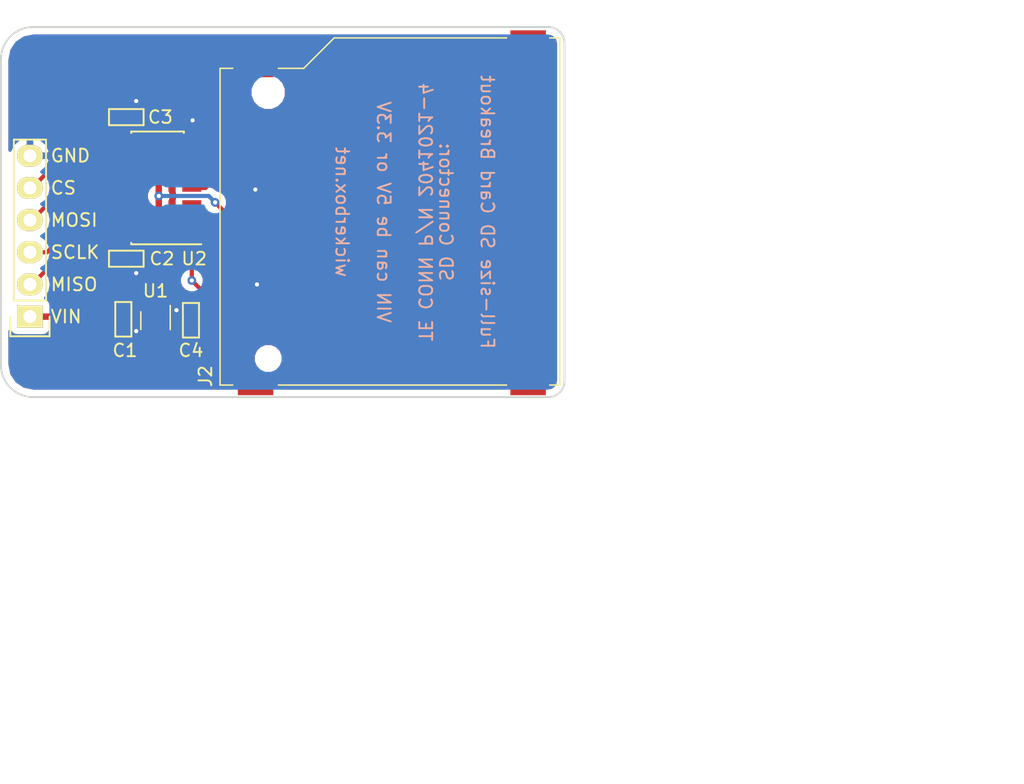
<source format=kicad_pcb>
(kicad_pcb (version 4) (host pcbnew 4.0.4+e1-6308~48~ubuntu16.04.1-stable)

  (general
    (links 27)
    (no_connects 0)
    (area 97.713799 61.4426 178.510001 123.265001)
    (thickness 1.6)
    (drawings 42)
    (tracks 96)
    (zones 0)
    (modules 8)
    (nets 12)
  )

  (page USLetter)
  (title_block
    (title "Full-size SD Connector (2041021-4) Breakout Board")
    (date "01 Jan 2017")
    (rev v1.0)
    (company "CERN Open Hardware License v1.2")
    (comment 1 jenner@wickerbox.net)
    (comment 2 http://wickerbox.net)
    (comment 3 "Wickerbox Electronics")
  )

  (layers
    (0 F.Cu signal)
    (31 B.Cu signal)
    (34 B.Paste user)
    (35 F.Paste user)
    (36 B.SilkS user)
    (37 F.SilkS user)
    (38 B.Mask user)
    (39 F.Mask user)
    (44 Edge.Cuts user)
    (46 B.CrtYd user)
    (47 F.CrtYd user)
    (48 B.Fab user)
    (49 F.Fab user)
  )

  (setup
    (last_trace_width 0.254)
    (user_trace_width 0.1524)
    (user_trace_width 0.254)
    (user_trace_width 0.3302)
    (user_trace_width 0.508)
    (user_trace_width 0.762)
    (user_trace_width 1.27)
    (trace_clearance 0.254)
    (zone_clearance 0.508)
    (zone_45_only no)
    (trace_min 0.1524)
    (segment_width 0.1524)
    (edge_width 0.1524)
    (via_size 0.6858)
    (via_drill 0.3302)
    (via_min_size 0.6858)
    (via_min_drill 0.3302)
    (user_via 0.6858 0.3302)
    (user_via 0.762 0.4064)
    (user_via 0.8636 0.508)
    (uvia_size 0.6858)
    (uvia_drill 0.3302)
    (uvias_allowed no)
    (uvia_min_size 0)
    (uvia_min_drill 0)
    (pcb_text_width 0.1524)
    (pcb_text_size 1.016 1.016)
    (mod_edge_width 0.1524)
    (mod_text_size 1.016 1.016)
    (mod_text_width 0.1524)
    (pad_size 1.524 1.524)
    (pad_drill 0.762)
    (pad_to_mask_clearance 0.0762)
    (solder_mask_min_width 0.1016)
    (pad_to_paste_clearance -0.0762)
    (aux_axis_origin 0 0)
    (visible_elements FFFEDF7D)
    (pcbplotparams
      (layerselection 0x310fc_80000001)
      (usegerberextensions true)
      (excludeedgelayer true)
      (linewidth 0.100000)
      (plotframeref false)
      (viasonmask false)
      (mode 1)
      (useauxorigin false)
      (hpglpennumber 1)
      (hpglpenspeed 20)
      (hpglpendiameter 15)
      (hpglpenoverlay 2)
      (psnegative false)
      (psa4output false)
      (plotreference true)
      (plotvalue true)
      (plotinvisibletext false)
      (padsonsilk false)
      (subtractmaskfromsilk false)
      (outputformat 1)
      (mirror false)
      (drillshape 0)
      (scaleselection 1)
      (outputdirectory gerbers))
  )

  (net 0 "")
  (net 1 VIN)
  (net 2 GND)
  (net 3 +3V3)
  (net 4 /CS)
  (net 5 /MOSI)
  (net 6 /MISO)
  (net 7 /SD_CS)
  (net 8 /SD_MOSI)
  (net 9 /SD_SCLK)
  (net 10 /SD_MISO)
  (net 11 /SCLK)

  (net_class Default "This is the default net class."
    (clearance 0.254)
    (trace_width 0.254)
    (via_dia 0.6858)
    (via_drill 0.3302)
    (uvia_dia 0.6858)
    (uvia_drill 0.3302)
    (add_net +3V3)
    (add_net /CS)
    (add_net /MISO)
    (add_net /MOSI)
    (add_net /SCLK)
    (add_net /SD_CS)
    (add_net /SD_MISO)
    (add_net /SD_MOSI)
    (add_net /SD_SCLK)
    (add_net GND)
    (add_net VIN)
  )

  (module Wickerlib:RLC-0603-SMD (layer F.Cu) (tedit 579029AB) (tstamp 586D9C09)
    (at 107.442 86.602 270)
    (descr "Capacitor SMD RLC-0603-SMD, reflow soldering, AVX (see smccp.pdf)")
    (tags "capacitor RLC-0603-SMD")
    (path /586C48EA)
    (attr smd)
    (fp_text reference C1 (at 0.09 0.04 270) (layer F.Fab)
      (effects (font (size 0.8 0.8) (thickness 0.15)))
    )
    (fp_text value 1uF (at 0 1.9 270) (layer F.Fab) hide
      (effects (font (size 1 1) (thickness 0.15)))
    )
    (fp_line (start -1.397 -0.635) (end -1.397 0.635) (layer F.SilkS) (width 0.1524))
    (fp_line (start 1.3335 -0.635) (end 1.3335 0.635) (layer F.SilkS) (width 0.1524))
    (fp_text user %R (at 2.425 -0.127 360) (layer F.SilkS)
      (effects (font (size 1 1) (thickness 0.15)))
    )
    (fp_line (start -1.45 -0.75) (end 1.45 -0.75) (layer F.Fab) (width 0.05))
    (fp_line (start -1.45 0.75) (end 1.45 0.75) (layer F.CrtYd) (width 0.05))
    (fp_line (start -1.45 -0.75) (end -1.45 0.75) (layer F.CrtYd) (width 0.05))
    (fp_line (start 1.45 -0.75) (end 1.45 0.75) (layer F.CrtYd) (width 0.05))
    (fp_line (start -1.397 -0.635) (end 1.3335 -0.635) (layer F.SilkS) (width 0.15))
    (fp_line (start 1.3335 0.635) (end -1.397 0.635) (layer F.SilkS) (width 0.15))
    (fp_line (start -1.45 -0.75) (end 1.45 -0.75) (layer F.CrtYd) (width 0.05))
    (fp_line (start -1.45 -0.75) (end -1.45 0.75) (layer F.Fab) (width 0.05))
    (fp_line (start 1.45 -0.75) (end 1.45 0.75) (layer F.Fab) (width 0.05))
    (fp_line (start -1.45 0.75) (end 1.45 0.75) (layer F.Fab) (width 0.05))
    (pad 1 smd rect (at -0.75 0 270) (size 0.8 0.75) (layers F.Cu F.Paste F.Mask)
      (net 1 VIN))
    (pad 2 smd rect (at 0.75 0 270) (size 0.8 0.75) (layers F.Cu F.Paste F.Mask)
      (net 2 GND))
  )

  (module Wickerlib:RLC-0603-SMD (layer F.Cu) (tedit 579029AB) (tstamp 586D9C1C)
    (at 107.708 81.788)
    (descr "Capacitor SMD RLC-0603-SMD, reflow soldering, AVX (see smccp.pdf)")
    (tags "capacitor RLC-0603-SMD")
    (path /586CE591)
    (attr smd)
    (fp_text reference C2 (at 0.09 0.04) (layer F.Fab)
      (effects (font (size 0.8 0.8) (thickness 0.15)))
    )
    (fp_text value 0.1uF (at 0 1.9) (layer F.Fab) hide
      (effects (font (size 1 1) (thickness 0.15)))
    )
    (fp_line (start -1.397 -0.635) (end -1.397 0.635) (layer F.SilkS) (width 0.1524))
    (fp_line (start 1.3335 -0.635) (end 1.3335 0.635) (layer F.SilkS) (width 0.1524))
    (fp_text user %R (at 2.782 0) (layer F.SilkS)
      (effects (font (size 1 1) (thickness 0.15)))
    )
    (fp_line (start -1.45 -0.75) (end 1.45 -0.75) (layer F.Fab) (width 0.05))
    (fp_line (start -1.45 0.75) (end 1.45 0.75) (layer F.CrtYd) (width 0.05))
    (fp_line (start -1.45 -0.75) (end -1.45 0.75) (layer F.CrtYd) (width 0.05))
    (fp_line (start 1.45 -0.75) (end 1.45 0.75) (layer F.CrtYd) (width 0.05))
    (fp_line (start -1.397 -0.635) (end 1.3335 -0.635) (layer F.SilkS) (width 0.15))
    (fp_line (start 1.3335 0.635) (end -1.397 0.635) (layer F.SilkS) (width 0.15))
    (fp_line (start -1.45 -0.75) (end 1.45 -0.75) (layer F.CrtYd) (width 0.05))
    (fp_line (start -1.45 -0.75) (end -1.45 0.75) (layer F.Fab) (width 0.05))
    (fp_line (start 1.45 -0.75) (end 1.45 0.75) (layer F.Fab) (width 0.05))
    (fp_line (start -1.45 0.75) (end 1.45 0.75) (layer F.Fab) (width 0.05))
    (pad 1 smd rect (at -0.75 0) (size 0.8 0.75) (layers F.Cu F.Paste F.Mask)
      (net 1 VIN))
    (pad 2 smd rect (at 0.75 0) (size 0.8 0.75) (layers F.Cu F.Paste F.Mask)
      (net 2 GND))
  )

  (module Wickerlib:RLC-0603-SMD (layer F.Cu) (tedit 579029AB) (tstamp 586D9C2F)
    (at 107.708 70.612)
    (descr "Capacitor SMD RLC-0603-SMD, reflow soldering, AVX (see smccp.pdf)")
    (tags "capacitor RLC-0603-SMD")
    (path /586CE8D2)
    (attr smd)
    (fp_text reference C3 (at 0.09 0.04) (layer F.Fab)
      (effects (font (size 0.8 0.8) (thickness 0.15)))
    )
    (fp_text value 0.1uF (at 0 1.9) (layer F.Fab) hide
      (effects (font (size 1 1) (thickness 0.15)))
    )
    (fp_line (start -1.397 -0.635) (end -1.397 0.635) (layer F.SilkS) (width 0.1524))
    (fp_line (start 1.3335 -0.635) (end 1.3335 0.635) (layer F.SilkS) (width 0.1524))
    (fp_text user %R (at 2.655 0) (layer F.SilkS)
      (effects (font (size 1 1) (thickness 0.15)))
    )
    (fp_line (start -1.45 -0.75) (end 1.45 -0.75) (layer F.Fab) (width 0.05))
    (fp_line (start -1.45 0.75) (end 1.45 0.75) (layer F.CrtYd) (width 0.05))
    (fp_line (start -1.45 -0.75) (end -1.45 0.75) (layer F.CrtYd) (width 0.05))
    (fp_line (start 1.45 -0.75) (end 1.45 0.75) (layer F.CrtYd) (width 0.05))
    (fp_line (start -1.397 -0.635) (end 1.3335 -0.635) (layer F.SilkS) (width 0.15))
    (fp_line (start 1.3335 0.635) (end -1.397 0.635) (layer F.SilkS) (width 0.15))
    (fp_line (start -1.45 -0.75) (end 1.45 -0.75) (layer F.CrtYd) (width 0.05))
    (fp_line (start -1.45 -0.75) (end -1.45 0.75) (layer F.Fab) (width 0.05))
    (fp_line (start 1.45 -0.75) (end 1.45 0.75) (layer F.Fab) (width 0.05))
    (fp_line (start -1.45 0.75) (end 1.45 0.75) (layer F.Fab) (width 0.05))
    (pad 1 smd rect (at -0.75 0) (size 0.8 0.75) (layers F.Cu F.Paste F.Mask)
      (net 3 +3V3))
    (pad 2 smd rect (at 0.75 0) (size 0.8 0.75) (layers F.Cu F.Paste F.Mask)
      (net 2 GND))
  )

  (module Wickerlib:RLC-0603-SMD (layer F.Cu) (tedit 579029AB) (tstamp 586D9C42)
    (at 112.776 86.614 90)
    (descr "Capacitor SMD RLC-0603-SMD, reflow soldering, AVX (see smccp.pdf)")
    (tags "capacitor RLC-0603-SMD")
    (path /586C4854)
    (attr smd)
    (fp_text reference C4 (at 0.09 0.04 90) (layer F.Fab)
      (effects (font (size 0.8 0.8) (thickness 0.15)))
    )
    (fp_text value 1uF (at 0 1.9 90) (layer F.Fab) hide
      (effects (font (size 1 1) (thickness 0.15)))
    )
    (fp_line (start -1.397 -0.635) (end -1.397 0.635) (layer F.SilkS) (width 0.1524))
    (fp_line (start 1.3335 -0.635) (end 1.3335 0.635) (layer F.SilkS) (width 0.1524))
    (fp_text user %R (at -2.413 0 180) (layer F.SilkS)
      (effects (font (size 1 1) (thickness 0.15)))
    )
    (fp_line (start -1.45 -0.75) (end 1.45 -0.75) (layer F.Fab) (width 0.05))
    (fp_line (start -1.45 0.75) (end 1.45 0.75) (layer F.CrtYd) (width 0.05))
    (fp_line (start -1.45 -0.75) (end -1.45 0.75) (layer F.CrtYd) (width 0.05))
    (fp_line (start 1.45 -0.75) (end 1.45 0.75) (layer F.CrtYd) (width 0.05))
    (fp_line (start -1.397 -0.635) (end 1.3335 -0.635) (layer F.SilkS) (width 0.15))
    (fp_line (start 1.3335 0.635) (end -1.397 0.635) (layer F.SilkS) (width 0.15))
    (fp_line (start -1.45 -0.75) (end 1.45 -0.75) (layer F.CrtYd) (width 0.05))
    (fp_line (start -1.45 -0.75) (end -1.45 0.75) (layer F.Fab) (width 0.05))
    (fp_line (start 1.45 -0.75) (end 1.45 0.75) (layer F.Fab) (width 0.05))
    (fp_line (start -1.45 0.75) (end 1.45 0.75) (layer F.Fab) (width 0.05))
    (pad 1 smd rect (at -0.75 0 90) (size 0.8 0.75) (layers F.Cu F.Paste F.Mask)
      (net 3 +3V3))
    (pad 2 smd rect (at 0.75 0 90) (size 0.8 0.75) (layers F.Cu F.Paste F.Mask)
      (net 2 GND))
  )

  (module Wickerlib:CONN-HEADER-STRAIGHT-P2.54MM-1x06 (layer F.Cu) (tedit 586D9D01) (tstamp 586D9C5C)
    (at 100.076 86.36 180)
    (descr "Through hole pin header")
    (tags "pin header")
    (path /586C4D06)
    (fp_text reference J1 (at -0.01 6.35 270) (layer F.Fab)
      (effects (font (size 2.032 2.032) (thickness 0.254)))
    )
    (fp_text value BREAKOUT (at -2.63 6.86 270) (layer F.Fab) hide
      (effects (font (size 1 1) (thickness 0.15)))
    )
    (fp_text user %R (at 0.14 -2.74 180) (layer F.SilkS) hide
      (effects (font (size 1 1) (thickness 0.15)))
    )
    (fp_line (start -1.75 -1.75) (end -1.75 14.45) (layer F.CrtYd) (width 0.05))
    (fp_line (start 1.75 -1.75) (end 1.75 14.45) (layer F.CrtYd) (width 0.05))
    (fp_line (start -1.75 -1.75) (end 1.75 -1.75) (layer F.CrtYd) (width 0.05))
    (fp_line (start -1.75 14.45) (end 1.75 14.45) (layer F.CrtYd) (width 0.05))
    (fp_line (start 1.27 1.27) (end 1.27 13.97) (layer F.SilkS) (width 0.15))
    (fp_line (start 1.27 13.97) (end -1.27 13.97) (layer F.SilkS) (width 0.15))
    (fp_line (start -1.27 13.97) (end -1.27 1.27) (layer F.SilkS) (width 0.15))
    (fp_line (start 1.55 -1.55) (end 1.55 0) (layer F.SilkS) (width 0.15))
    (fp_line (start 1.27 1.27) (end -1.27 1.27) (layer F.SilkS) (width 0.15))
    (fp_line (start -1.55 0) (end -1.55 -1.55) (layer F.SilkS) (width 0.15))
    (fp_line (start -1.55 -1.55) (end 1.55 -1.55) (layer F.SilkS) (width 0.15))
    (fp_line (start -1.75 -1.75) (end -1.75 14.45) (layer F.Fab) (width 0.05))
    (fp_line (start -1.76 -1.74) (end 1.74 -1.74) (layer F.Fab) (width 0.05))
    (fp_line (start 1.73 -1.76) (end 1.73 14.44) (layer F.Fab) (width 0.05))
    (fp_line (start -1.77 14.43) (end 1.73 14.43) (layer F.Fab) (width 0.05))
    (pad 1 thru_hole rect (at 0 0 180) (size 2.032 1.7272) (drill 1.016) (layers *.Cu *.Mask F.SilkS)
      (net 1 VIN))
    (pad 2 thru_hole oval (at 0 2.54 180) (size 2.032 1.7272) (drill 1.016) (layers *.Cu *.Mask F.SilkS)
      (net 6 /MISO))
    (pad 3 thru_hole oval (at 0 5.08 180) (size 2.032 1.7272) (drill 1.016) (layers *.Cu *.Mask F.SilkS)
      (net 11 /SCLK))
    (pad 4 thru_hole oval (at 0 7.62 180) (size 2.032 1.7272) (drill 1.016) (layers *.Cu *.Mask F.SilkS)
      (net 5 /MOSI))
    (pad 5 thru_hole oval (at 0 10.16 180) (size 2.032 1.7272) (drill 1.016) (layers *.Cu *.Mask F.SilkS)
      (net 4 /CS))
    (pad 6 thru_hole oval (at 0 12.7 180) (size 2.032 1.7272) (drill 1.016) (layers *.Cu *.Mask F.SilkS)
      (net 2 GND))
  )

  (module Wickerlib:CONN-SD-FULL-TECONN-2041021-4 (layer F.Cu) (tedit 585ECC60) (tstamp 586D9C8D)
    (at 116.072 78.162 90)
    (path /586D9DD8)
    (fp_text reference J2 (at 0 12.7 90) (layer F.Fab)
      (effects (font (size 1 1) (thickness 0.15)))
    )
    (fp_text value "TE CONN 2041021-4" (at -1.2 9 90) (layer F.Fab) hide
      (effects (font (size 1 1) (thickness 0.15)))
    )
    (fp_line (start 12.7 -1.27) (end 11.43 -1.27) (layer F.CrtYd) (width 0.04064))
    (fp_line (start 12.7 3.81) (end 12.7 -1.27) (layer F.CrtYd) (width 0.04064))
    (fp_line (start 15.24 6.35) (end 12.7 3.81) (layer F.CrtYd) (width 0.04064))
    (fp_line (start 15.24 26.67) (end 15.24 6.35) (layer F.CrtYd) (width 0.04064))
    (fp_line (start -15.24 26.67) (end 15.24 26.67) (layer F.CrtYd) (width 0.04064))
    (fp_line (start -15.24 -1.27) (end -15.24 26.67) (layer F.CrtYd) (width 0.04064))
    (fp_line (start 11.43 -1.27) (end -15.24 -1.27) (layer F.CrtYd) (width 0.04064))
    (fp_line (start -13.97 -1.27) (end 11.43 -1.27) (layer F.Fab) (width 0.04064))
    (fp_line (start -13.97 26.67) (end -13.97 -1.27) (layer F.Fab) (width 0.04064))
    (fp_line (start 13.97 26.67) (end -13.97 26.67) (layer F.Fab) (width 0.04064))
    (fp_line (start 13.97 7.62) (end 13.97 26.67) (layer F.Fab) (width 0.04064))
    (fp_line (start 11.43 5.08) (end 13.97 7.62) (layer F.Fab) (width 0.04064))
    (fp_line (start 11.43 -1.27) (end 11.43 5.08) (layer F.Fab) (width 0.04064))
    (fp_text user %R (at -12.897 -2.153 90) (layer F.SilkS)
      (effects (font (size 1 1) (thickness 0.15)))
    )
    (fp_line (start 10.4 3.8) (end -10.8 3.8) (layer Eco1.User) (width 0.12))
    (fp_line (start 10.4 13) (end 10.4 3.8) (layer Eco1.User) (width 0.12))
    (fp_line (start -10.8 13) (end 10.4 13) (layer Eco1.User) (width 0.12))
    (fp_line (start -10.8 3.8) (end -10.8 13) (layer Eco1.User) (width 0.12))
    (fp_line (start 13.8 25.8) (end 13.8 25) (layer F.SilkS) (width 0.12))
    (fp_line (start -13.6 25.8) (end 13.8 25.8) (layer F.SilkS) (width 0.12))
    (fp_line (start -13.6 25) (end -13.6 25.8) (layer F.SilkS) (width 0.12))
    (fp_line (start -13.6 3.6) (end -13.6 21.6) (layer F.SilkS) (width 0.12))
    (fp_line (start 13.8 8) (end 13.8 21.6) (layer F.SilkS) (width 0.12))
    (fp_line (start 11.4 5.6) (end 13.8 8) (layer F.SilkS) (width 0.12))
    (fp_line (start 11.4 3.6) (end 11.4 5.6) (layer F.SilkS) (width 0.12))
    (fp_line (start 11.4 -1) (end 11.4 0) (layer F.SilkS) (width 0.12))
    (fp_line (start -13.6 -1) (end 11.4 -1) (layer F.SilkS) (width 0.12))
    (fp_line (start -13.6 0) (end -13.6 -1) (layer F.SilkS) (width 0.12))
    (pad 1 smd rect (at 6.875 0 90) (size 1 1.5) (layers F.Cu F.Paste F.Mask)
      (net 7 /SD_CS))
    (pad 2 smd rect (at 4.375 0 90) (size 1 1.5) (layers F.Cu F.Paste F.Mask)
      (net 8 /SD_MOSI))
    (pad 3 smd rect (at 1.875 0 90) (size 1 1.5) (layers F.Cu F.Paste F.Mask)
      (net 2 GND))
    (pad 4 smd rect (at -0.625 0 90) (size 1 1.5) (layers F.Cu F.Paste F.Mask)
      (net 3 +3V3))
    (pad 5 smd rect (at -3.125 0 90) (size 1 1.5) (layers F.Cu F.Paste F.Mask)
      (net 9 /SD_SCLK))
    (pad 6 smd rect (at -5.625 0 90) (size 1 1.5) (layers F.Cu F.Paste F.Mask)
      (net 2 GND))
    (pad 7 smd rect (at -8.055 0 90) (size 1 1.5) (layers F.Cu F.Paste F.Mask)
      (net 10 /SD_MISO))
    (pad 8 smd rect (at -9.755 0 90) (size 1 1.5) (layers F.Cu F.Paste F.Mask))
    (pad 9 smd rect (at 9.375 0 90) (size 1 1.5) (layers F.Cu F.Paste F.Mask))
    (pad 10 smd rect (at -11.055 0 90) (size 0.7 1.5) (layers F.Cu F.Paste F.Mask))
    (pad 11 smd rect (at -12.255 0 90) (size 0.7 1.5) (layers F.Cu F.Paste F.Mask))
    (pad "" np_thru_hole circle (at 9.5 2.8 90) (size 1.6 1.6) (drill 1.6) (layers *.Cu *.Mask))
    (pad "" np_thru_hole circle (at -11.5 2.8 90) (size 1.1 1.1) (drill 1.1) (layers *.Cu *.Mask))
    (pad 12 smd rect (at 11.45 1.8 90) (size 1.5 2.8) (layers F.Cu F.Paste F.Mask))
    (pad 13 smd rect (at 13.65 23.3 90) (size 1.5 2.8) (layers F.Cu F.Paste F.Mask)
      (net 2 GND))
    (pad 14 smd rect (at -13.65 23.3 90) (size 1.5 2.8) (layers F.Cu F.Paste F.Mask))
    (pad 15 smd rect (at -13.65 1.8 90) (size 1.5 2.8) (layers F.Cu F.Paste F.Mask))
  )

  (module Wickerlib:SOT-353 (layer F.Cu) (tedit 586C4D4B) (tstamp 586D9CA1)
    (at 109.982 86.68 270)
    (descr SOT353)
    (path /586C4681)
    (attr smd)
    (fp_text reference U1 (at 0 0 270) (layer F.Fab)
      (effects (font (size 1 1) (thickness 0.15)))
    )
    (fp_text value "MIC5365 150mA" (at 0 2.25 270) (layer F.Fab) hide
      (effects (font (size 1 1) (thickness 0.15)))
    )
    (fp_text user %R (at -2.352 0 360) (layer F.SilkS)
      (effects (font (size 1 1) (thickness 0.15)))
    )
    (fp_line (start 1.524 1.3335) (end 1.524 -1.3335) (layer F.Fab) (width 0.04064))
    (fp_line (start -1.524 1.3335) (end 1.524 1.3335) (layer F.Fab) (width 0.04064))
    (fp_line (start -1.524 -1.3335) (end -1.524 1.3335) (layer F.Fab) (width 0.04064))
    (fp_line (start 1.524 -1.3335) (end -1.524 -1.3335) (layer F.Fab) (width 0.04064))
    (fp_line (start 0.7 -1.16) (end -1.2 -1.16) (layer F.SilkS) (width 0.12))
    (fp_line (start -0.7 1.16) (end 0.7 1.16) (layer F.SilkS) (width 0.12))
    (fp_line (start 1.5 1.35) (end 1.5 -1.35) (layer F.CrtYd) (width 0.05))
    (fp_line (start -1.5 -1.35) (end -1.5 1.35) (layer F.CrtYd) (width 0.05))
    (fp_line (start -1.5 -1.35) (end 1.5 -1.35) (layer F.CrtYd) (width 0.05))
    (fp_line (start -1.5 1.35) (end 1.5 1.35) (layer F.CrtYd) (width 0.05))
    (pad 1 smd rect (at -0.95 -0.65 270) (size 0.6 0.42) (layers F.Cu F.Paste F.Mask)
      (net 1 VIN))
    (pad 3 smd rect (at -0.95 0.65 270) (size 0.6 0.42) (layers F.Cu F.Paste F.Mask)
      (net 1 VIN))
    (pad 5 smd rect (at 0.95 -0.65 270) (size 0.6 0.42) (layers F.Cu F.Paste F.Mask)
      (net 3 +3V3))
    (pad 2 smd rect (at -0.95 0 270) (size 0.6 0.42) (layers F.Cu F.Paste F.Mask)
      (net 2 GND))
    (pad 4 smd rect (at 0.95 0.65 270) (size 0.6 0.42) (layers F.Cu F.Paste F.Mask))
    (model TO_SOT_Packages_SMD.3dshapes/SOT-353.wrl
      (at (xyz 0 0 0))
      (scale (xyz 0.07000000000000001 0.09 0.08))
      (rotate (xyz 0 0 90))
    )
  )

  (module Wickerlib:SOIC-14-3.9x8.7MM-P1.27MM (layer F.Cu) (tedit 58157842) (tstamp 586D9CC4)
    (at 110.142 76.2 180)
    (descr "14-Lead Plastic Small Outline (SL) - Narrow, 3.90 mm Body [SOIC] (see Microchip Packaging Specification 00000049BS.pdf)")
    (tags "SOIC 1.27")
    (path /586CDC77)
    (attr smd)
    (fp_text reference U2 (at 0 0.1 270) (layer F.Fab)
      (effects (font (size 1 1) (thickness 0.15)))
    )
    (fp_text value TXB0104 (at 0 5.375 180) (layer F.Fab) hide
      (effects (font (size 1 1) (thickness 0.15)))
    )
    (fp_text user %R (at -2.888 -5.588 180) (layer F.SilkS)
      (effects (font (size 1 1) (thickness 0.15)))
    )
    (fp_circle (center -2.823606 -3.8) (end -2.723606 -3.6) (layer F.Fab) (width 0.254))
    (fp_line (start -3.8 -4.8) (end -3.8 -4.7) (layer F.Fab) (width 0.0508))
    (fp_line (start 3.8 -4.8) (end -3.8 -4.8) (layer F.Fab) (width 0.0508))
    (fp_line (start 3.8 4.7) (end 3.8 -4.8) (layer F.Fab) (width 0.0508))
    (fp_line (start -3.8 4.7) (end 3.8 4.7) (layer F.Fab) (width 0.0508))
    (fp_line (start -3.8 -4.7) (end -3.8 4.7) (layer F.Fab) (width 0.0508))
    (fp_line (start -3.7 -4.65) (end -3.7 4.65) (layer F.CrtYd) (width 0.05))
    (fp_line (start 3.7 -4.65) (end 3.7 4.65) (layer F.CrtYd) (width 0.05))
    (fp_line (start -3.7 -4.65) (end 3.7 -4.65) (layer F.CrtYd) (width 0.05))
    (fp_line (start -3.7 4.65) (end 3.7 4.65) (layer F.CrtYd) (width 0.05))
    (fp_line (start 2.075 -4.45) (end 2.075 -4.335) (layer F.SilkS) (width 0.15))
    (fp_line (start 2.075 4.45) (end 2.075 4.335) (layer F.SilkS) (width 0.15))
    (fp_line (start -2.075 4.45) (end -2.075 4.335) (layer F.SilkS) (width 0.15))
    (fp_line (start -2.075 -4.45) (end 2.075 -4.45) (layer F.SilkS) (width 0.15))
    (fp_line (start -2.075 4.45) (end 2.075 4.45) (layer F.SilkS) (width 0.15))
    (fp_line (start -2.075 -4.45) (end -3.45 -4.45) (layer F.SilkS) (width 0.15))
    (pad 1 smd rect (at -2.7 -3.81 180) (size 1.5 0.6) (layers F.Cu F.Paste F.Mask)
      (net 3 +3V3))
    (pad 2 smd rect (at -2.7 -2.54 180) (size 1.5 0.6) (layers F.Cu F.Paste F.Mask)
      (net 10 /SD_MISO))
    (pad 3 smd rect (at -2.7 -1.27 180) (size 1.5 0.6) (layers F.Cu F.Paste F.Mask)
      (net 9 /SD_SCLK))
    (pad 4 smd rect (at -2.7 0 180) (size 1.5 0.6) (layers F.Cu F.Paste F.Mask)
      (net 8 /SD_MOSI))
    (pad 5 smd rect (at -2.7 1.27 180) (size 1.5 0.6) (layers F.Cu F.Paste F.Mask)
      (net 7 /SD_CS))
    (pad 6 smd rect (at -2.7 2.54 180) (size 1.5 0.6) (layers F.Cu F.Paste F.Mask))
    (pad 7 smd rect (at -2.7 3.81 180) (size 1.5 0.6) (layers F.Cu F.Paste F.Mask)
      (net 2 GND))
    (pad 8 smd rect (at 2.7 3.81 180) (size 1.5 0.6) (layers F.Cu F.Paste F.Mask)
      (net 3 +3V3))
    (pad 9 smd rect (at 2.7 2.54 180) (size 1.5 0.6) (layers F.Cu F.Paste F.Mask))
    (pad 10 smd rect (at 2.7 1.27 180) (size 1.5 0.6) (layers F.Cu F.Paste F.Mask)
      (net 4 /CS))
    (pad 11 smd rect (at 2.7 0 180) (size 1.5 0.6) (layers F.Cu F.Paste F.Mask)
      (net 5 /MOSI))
    (pad 12 smd rect (at 2.7 -1.27 180) (size 1.5 0.6) (layers F.Cu F.Paste F.Mask)
      (net 11 /SCLK))
    (pad 13 smd rect (at 2.7 -2.54 180) (size 1.5 0.6) (layers F.Cu F.Paste F.Mask)
      (net 6 /MISO))
    (pad 14 smd rect (at 2.7 -3.81 180) (size 1.5 0.6) (layers F.Cu F.Paste F.Mask)
      (net 1 VIN))
  )

  (gr_text 1/4/17 (at 139.7 93.98) (layer F.Fab)
    (effects (font (size 1.016 1.016) (thickness 0.1524)))
  )
  (gr_text "SD Card Breakout Board v1.0" (at 130.81 62.23) (layer F.Fab)
    (effects (font (size 1.016 1.016) (thickness 0.1524)))
  )
  (gr_line (start 142.24 91.44) (end 142.24 64.77) (layer Edge.Cuts) (width 0.1524))
  (gr_line (start 142.24 64.77) (end 142.24 91.44) (layer F.Fab) (width 0.1524))
  (gr_arc (start 140.97 91.44) (end 142.24 91.44) (angle 90) (layer Edge.Cuts) (width 0.1524) (tstamp 586DA502))
  (gr_arc (start 140.97 91.44) (end 142.24 91.44) (angle 90) (layer F.Fab) (width 0.1524) (tstamp 586DA501))
  (gr_arc (start 140.97 64.77) (end 140.97 63.5) (angle 90) (layer Edge.Cuts) (width 0.1524) (tstamp 586DA4FB))
  (gr_arc (start 140.97 64.77) (end 140.97 63.5) (angle 90) (layer F.Fab) (width 0.1524))
  (gr_line (start 140.97 63.5) (end 100.33 63.5) (layer F.Fab) (width 0.1524))
  (gr_line (start 100.33 63.5) (end 140.97 63.5) (layer Edge.Cuts) (width 0.1524))
  (gr_line (start 100.33 92.71) (end 140.97 92.71) (layer Edge.Cuts) (width 0.1524))
  (gr_line (start 100.33 92.71) (end 140.97 92.71) (layer F.Fab) (width 0.1524))
  (gr_arc (start 100.33 90.17) (end 100.33 92.71) (angle 89.9) (layer Edge.Cuts) (width 0.1524) (tstamp 586DA4F0))
  (gr_arc (start 100.33 90.17) (end 100.33 92.71) (angle 90) (layer F.Fab) (width 0.1524) (tstamp 586DA4EF))
  (gr_line (start 97.79 66.04) (end 97.79 90.17) (layer Edge.Cuts) (width 0.1524) (tstamp 586DA4EC))
  (gr_arc (start 100.33 66.04) (end 97.79 66.04) (angle 89.9) (layer Edge.Cuts) (width 0.1524) (tstamp 586DA484))
  (gr_line (start 97.79 66.04) (end 97.79 90.17) (layer F.Fab) (width 0.1524))
  (gr_arc (start 100.33 66.04) (end 97.79 66.04) (angle 90) (layer F.Fab) (width 0.1524))
  (gr_text "Full-size SD Card Breakout\n\nSD Connector:\nTE CONN P/N 2041021-4\n\nVIN can be 5V or 3.3V\n\nwickerbox.net" (at 130.429 78.105 270) (layer B.SilkS)
    (effects (font (size 1.016 1.016) (thickness 0.1524)) (justify mirror))
  )
  (gr_text VIN (at 102.930477 86.36) (layer F.SilkS)
    (effects (font (size 1.016 1.016) (thickness 0.1524)))
  )
  (gr_text MISO (at 103.559429 83.82) (layer F.SilkS)
    (effects (font (size 1.016 1.016) (thickness 0.1524)))
  )
  (gr_text SCLK (at 103.632 81.28) (layer F.SilkS)
    (effects (font (size 1.016 1.016) (thickness 0.1524)))
  )
  (gr_text MOSI (at 103.559429 78.74) (layer F.SilkS)
    (effects (font (size 1.016 1.016) (thickness 0.1524)))
  )
  (gr_text CS (at 102.712762 76.2) (layer F.SilkS)
    (effects (font (size 1.016 1.016) (thickness 0.1524)))
  )
  (gr_text GND (at 103.269143 73.66) (layer F.SilkS)
    (effects (font (size 1.016 1.016) (thickness 0.1524)))
  )
  (gr_circle (center 117.348 76.962) (end 118.618 76.962) (layer Dwgs.User) (width 0.15))
  (gr_line (start 114.427 78.994) (end 114.427 74.93) (angle 90) (layer Dwgs.User) (width 0.15))
  (gr_line (start 120.269 78.994) (end 114.427 78.994) (angle 90) (layer Dwgs.User) (width 0.15))
  (gr_line (start 120.269 74.93) (end 120.269 78.994) (angle 90) (layer Dwgs.User) (width 0.15))
  (gr_line (start 114.427 74.93) (end 120.269 74.93) (angle 90) (layer Dwgs.User) (width 0.15))
  (gr_line (start 120.523 93.98) (end 104.648 93.98) (angle 90) (layer Dwgs.User) (width 0.15))
  (gr_line (start 173.355 102.235) (end 173.355 94.615) (angle 90) (layer Dwgs.User) (width 0.15))
  (gr_line (start 178.435 102.235) (end 173.355 102.235) (angle 90) (layer Dwgs.User) (width 0.15))
  (gr_line (start 178.435 94.615) (end 178.435 102.235) (angle 90) (layer Dwgs.User) (width 0.15))
  (gr_line (start 173.355 94.615) (end 178.435 94.615) (angle 90) (layer Dwgs.User) (width 0.15))
  (gr_line (start 109.093 123.19) (end 109.093 114.3) (angle 90) (layer Dwgs.User) (width 0.15))
  (gr_line (start 122.428 123.19) (end 109.093 123.19) (angle 90) (layer Dwgs.User) (width 0.15))
  (gr_line (start 122.428 114.3) (end 122.428 123.19) (angle 90) (layer Dwgs.User) (width 0.15))
  (gr_line (start 109.093 114.3) (end 122.428 114.3) (angle 90) (layer Dwgs.User) (width 0.15))
  (gr_line (start 104.648 93.98) (end 104.648 82.55) (angle 90) (layer Dwgs.User) (width 0.15))
  (gr_line (start 120.523 82.55) (end 120.523 93.98) (angle 90) (layer Dwgs.User) (width 0.15))
  (gr_line (start 104.648 82.55) (end 120.523 82.55) (angle 90) (layer Dwgs.User) (width 0.15))

  (segment (start 107.442 85.852) (end 109.21 85.852) (width 0.3302) (layer F.Cu) (net 1))
  (segment (start 109.21 85.852) (end 109.332 85.73) (width 0.3302) (layer F.Cu) (net 1))
  (segment (start 110.3782 86.614) (end 109.5858 86.614) (width 0.3302) (layer F.Cu) (net 1))
  (segment (start 109.5858 86.614) (end 109.332 86.3602) (width 0.3302) (layer F.Cu) (net 1))
  (segment (start 109.332 86.3602) (end 109.332 85.73) (width 0.3302) (layer F.Cu) (net 1))
  (segment (start 110.632 85.73) (end 110.632 86.3602) (width 0.3302) (layer F.Cu) (net 1))
  (segment (start 110.632 86.3602) (end 110.3782 86.614) (width 0.3302) (layer F.Cu) (net 1))
  (segment (start 106.958 81.788) (end 106.958 80.494) (width 0.508) (layer F.Cu) (net 1))
  (segment (start 106.958 80.494) (end 107.442 80.01) (width 0.508) (layer F.Cu) (net 1))
  (segment (start 106.934 83.82) (end 107.188 83.82) (width 0.508) (layer F.Cu) (net 1))
  (segment (start 105.809 83.82) (end 106.934 83.82) (width 0.508) (layer F.Cu) (net 1))
  (segment (start 106.934 83.82) (end 106.958 83.796) (width 0.508) (layer F.Cu) (net 1))
  (segment (start 106.958 83.796) (end 106.958 81.788) (width 0.508) (layer F.Cu) (net 1))
  (segment (start 107.188 83.82) (end 107.442 84.074) (width 0.508) (layer F.Cu) (net 1))
  (segment (start 107.442 84.074) (end 107.442 85.852) (width 0.508) (layer F.Cu) (net 1))
  (segment (start 100.076 86.36) (end 103.269 86.36) (width 0.508) (layer F.Cu) (net 1))
  (segment (start 103.269 86.36) (end 105.809 83.82) (width 0.508) (layer F.Cu) (net 1))
  (segment (start 112.776 85.864) (end 111.645 85.864) (width 0.3302) (layer F.Cu) (net 2))
  (segment (start 111.645 85.864) (end 111.633 85.852) (width 0.3302) (layer F.Cu) (net 2))
  (via (at 111.633 85.852) (size 0.6858) (drill 0.3302) (layers F.Cu B.Cu) (net 2))
  (segment (start 107.442 87.352) (end 108.307 87.352) (width 0.3302) (layer F.Cu) (net 2))
  (segment (start 108.307 87.352) (end 108.458 87.503) (width 0.3302) (layer F.Cu) (net 2))
  (via (at 108.458 87.503) (size 0.6858) (drill 0.3302) (layers F.Cu B.Cu) (net 2))
  (segment (start 109.982 85.73) (end 109.982 84.709) (width 0.3302) (layer F.Cu) (net 2))
  (segment (start 116.072 76.287) (end 117.816 76.287) (width 0.3302) (layer F.Cu) (net 2))
  (segment (start 117.816 76.287) (end 117.856 76.327) (width 0.3302) (layer F.Cu) (net 2))
  (via (at 117.856 76.327) (size 0.6858) (drill 0.3302) (layers F.Cu B.Cu) (net 2))
  (segment (start 116.072 83.787) (end 117.95 83.787) (width 0.3302) (layer F.Cu) (net 2))
  (segment (start 117.95 83.787) (end 117.983 83.82) (width 0.3302) (layer F.Cu) (net 2))
  (via (at 117.983 83.82) (size 0.6858) (drill 0.3302) (layers F.Cu B.Cu) (net 2))
  (segment (start 112.842 72.39) (end 112.842 70.927) (width 0.508) (layer F.Cu) (net 2))
  (segment (start 112.842 70.927) (end 112.903 70.866) (width 0.508) (layer F.Cu) (net 2))
  (via (at 112.903 70.866) (size 0.6858) (drill 0.3302) (layers F.Cu B.Cu) (net 2))
  (segment (start 108.458 70.612) (end 108.458 69.342) (width 0.508) (layer F.Cu) (net 2))
  (via (at 108.458 69.342) (size 0.6858) (drill 0.3302) (layers F.Cu B.Cu) (net 2))
  (segment (start 108.458 81.788) (end 108.458 82.931) (width 0.508) (layer F.Cu) (net 2))
  (via (at 108.458 82.931) (size 0.6858) (drill 0.3302) (layers F.Cu B.Cu) (net 2))
  (segment (start 110.236 78.662) (end 110.236 76.835) (width 0.508) (layer F.Cu) (net 3))
  (segment (start 110.236 76.835) (end 110.236 73.66) (width 0.508) (layer F.Cu) (net 3))
  (segment (start 114.173 76.835) (end 110.236 76.835) (width 0.3302) (layer B.Cu) (net 3))
  (via (at 110.236 76.835) (size 0.6858) (drill 0.3302) (layers F.Cu B.Cu) (net 3))
  (segment (start 114.681 77.343) (end 114.173 76.835) (width 0.3302) (layer B.Cu) (net 3))
  (segment (start 116.072 78.787) (end 116.072 78.734) (width 0.3302) (layer F.Cu) (net 3))
  (segment (start 116.072 78.734) (end 114.681 77.343) (width 0.3302) (layer F.Cu) (net 3))
  (via (at 114.681 77.343) (size 0.6858) (drill 0.3302) (layers F.Cu B.Cu) (net 3))
  (segment (start 113.919 84.582) (end 112.842 83.505) (width 0.3302) (layer F.Cu) (net 3))
  (segment (start 113.919 86.9262) (end 113.919 84.582) (width 0.3302) (layer F.Cu) (net 3))
  (segment (start 112.776 87.364) (end 113.4812 87.364) (width 0.3302) (layer F.Cu) (net 3))
  (segment (start 113.4812 87.364) (end 113.919 86.9262) (width 0.3302) (layer F.Cu) (net 3))
  (via (at 112.842 83.505) (size 0.6858) (drill 0.3302) (layers F.Cu B.Cu) (net 3))
  (segment (start 112.842 80.01) (end 112.842 83.505) (width 0.3302) (layer F.Cu) (net 3))
  (segment (start 110.632 87.63) (end 112.51 87.63) (width 0.3302) (layer F.Cu) (net 3))
  (segment (start 112.51 87.63) (end 112.776 87.364) (width 0.3302) (layer F.Cu) (net 3))
  (segment (start 110.236 73.66) (end 108.966 72.39) (width 0.508) (layer F.Cu) (net 3))
  (segment (start 108.966 72.39) (end 107.442 72.39) (width 0.508) (layer F.Cu) (net 3))
  (segment (start 112.842 80.01) (end 111.584 80.01) (width 0.508) (layer F.Cu) (net 3))
  (segment (start 111.584 80.01) (end 110.236 78.662) (width 0.508) (layer F.Cu) (net 3))
  (segment (start 106.958 70.612) (end 106.958 71.906) (width 0.508) (layer F.Cu) (net 3))
  (segment (start 106.958 71.906) (end 107.442 72.39) (width 0.508) (layer F.Cu) (net 3))
  (segment (start 100.076 76.2) (end 100.2284 76.2) (width 0.3302) (layer F.Cu) (net 4))
  (segment (start 100.2284 76.2) (end 101.4984 74.93) (width 0.3302) (layer F.Cu) (net 4))
  (segment (start 101.4984 74.93) (end 106.3618 74.93) (width 0.3302) (layer F.Cu) (net 4))
  (segment (start 106.3618 74.93) (end 107.442 74.93) (width 0.3302) (layer F.Cu) (net 4))
  (segment (start 107.442 76.2) (end 102.616 76.2) (width 0.3302) (layer F.Cu) (net 5))
  (segment (start 102.616 76.2) (end 101.4222 77.3938) (width 0.3302) (layer F.Cu) (net 5))
  (segment (start 101.4222 77.3938) (end 101.4222 77.5462) (width 0.3302) (layer F.Cu) (net 5))
  (segment (start 101.4222 77.5462) (end 100.2284 78.74) (width 0.3302) (layer F.Cu) (net 5))
  (segment (start 100.2284 78.74) (end 100.076 78.74) (width 0.3302) (layer F.Cu) (net 5))
  (segment (start 100.076 83.82) (end 100.2284 83.82) (width 0.3302) (layer F.Cu) (net 6))
  (segment (start 100.2284 83.82) (end 105.3084 78.74) (width 0.3302) (layer F.Cu) (net 6))
  (segment (start 105.3084 78.74) (end 106.3618 78.74) (width 0.3302) (layer F.Cu) (net 6))
  (segment (start 106.3618 78.74) (end 107.442 78.74) (width 0.3302) (layer F.Cu) (net 6))
  (segment (start 114.554 74.2982) (end 114.554 72.555) (width 0.3302) (layer F.Cu) (net 7))
  (segment (start 115.822 71.287) (end 116.072 71.287) (width 0.3302) (layer F.Cu) (net 7))
  (segment (start 114.554 72.555) (end 115.822 71.287) (width 0.3302) (layer F.Cu) (net 7))
  (segment (start 112.842 74.93) (end 113.9222 74.93) (width 0.3302) (layer F.Cu) (net 7))
  (segment (start 113.9222 74.93) (end 114.554 74.2982) (width 0.3302) (layer F.Cu) (net 7))
  (segment (start 112.842 76.2) (end 113.9222 76.2) (width 0.3302) (layer F.Cu) (net 8))
  (segment (start 113.9222 76.2) (end 116.072 74.0502) (width 0.3302) (layer F.Cu) (net 8))
  (segment (start 116.072 74.0502) (end 116.072 73.787) (width 0.3302) (layer F.Cu) (net 8))
  (segment (start 115.822 81.287) (end 116.072 81.287) (width 0.3302) (layer F.Cu) (net 9))
  (segment (start 114.595312 80.060312) (end 115.822 81.287) (width 0.3302) (layer F.Cu) (net 9))
  (segment (start 113.292 77.47) (end 114.595312 78.773312) (width 0.3302) (layer F.Cu) (net 9))
  (segment (start 112.842 77.47) (end 113.292 77.47) (width 0.3302) (layer F.Cu) (net 9))
  (segment (start 114.595312 78.773312) (end 114.595312 80.060312) (width 0.3302) (layer F.Cu) (net 9))
  (segment (start 114.9918 85.3868) (end 115.822 86.217) (width 0.3302) (layer F.Cu) (net 10))
  (segment (start 114.9918 84.828602) (end 114.9918 85.3868) (width 0.3302) (layer F.Cu) (net 10))
  (segment (start 114.011101 83.847903) (end 114.9918 84.828602) (width 0.3302) (layer F.Cu) (net 10))
  (segment (start 114.011101 79.459101) (end 114.011101 83.847903) (width 0.3302) (layer F.Cu) (net 10))
  (segment (start 112.842 78.74) (end 113.292 78.74) (width 0.3302) (layer F.Cu) (net 10))
  (segment (start 113.292 78.74) (end 114.011101 79.459101) (width 0.3302) (layer F.Cu) (net 10))
  (segment (start 115.822 86.217) (end 116.072 86.217) (width 0.3302) (layer F.Cu) (net 10))
  (segment (start 100.076 81.28) (end 101.4222 81.28) (width 0.3302) (layer F.Cu) (net 11))
  (segment (start 101.4222 81.28) (end 105.2322 77.47) (width 0.3302) (layer F.Cu) (net 11))
  (segment (start 106.3618 77.47) (end 107.442 77.47) (width 0.3302) (layer F.Cu) (net 11))
  (segment (start 105.2322 77.47) (end 106.3618 77.47) (width 0.3302) (layer F.Cu) (net 11))

  (zone (net 2) (net_name GND) (layer F.Cu) (tstamp 0) (hatch edge 0.508)
    (connect_pads (clearance 0.508))
    (min_thickness 0.254)
    (fill yes (arc_segments 16) (thermal_gap 0.508) (thermal_bridge_width 0.508))
    (polygon
      (pts
        (xy 142.24 63.5) (xy 97.79 63.5) (xy 97.79 92.71) (xy 142.24 92.71)
      )
    )
    (filled_polygon
      (pts
        (xy 137.337 64.22625) (xy 137.49575 64.385) (xy 139.245 64.385) (xy 139.245 64.365) (xy 139.499 64.365)
        (xy 139.499 64.385) (xy 141.24825 64.385) (xy 141.291287 64.341963) (xy 141.355278 64.38472) (xy 141.473392 64.56149)
        (xy 141.5288 64.840049) (xy 141.5288 91.369951) (xy 141.473392 91.64851) (xy 141.41944 91.729255) (xy 141.41944 91.062)
        (xy 141.375162 90.826683) (xy 141.23609 90.610559) (xy 141.02389 90.465569) (xy 140.772 90.41456) (xy 137.972 90.41456)
        (xy 137.736683 90.458838) (xy 137.520559 90.59791) (xy 137.375569 90.81011) (xy 137.32456 91.062) (xy 137.32456 91.9988)
        (xy 119.91944 91.9988) (xy 119.91944 91.062) (xy 119.875162 90.826683) (xy 119.73609 90.610559) (xy 119.65476 90.554988)
        (xy 119.876009 90.334125) (xy 120.056794 89.898745) (xy 120.057206 89.427323) (xy 119.87718 88.991628) (xy 119.544125 88.657991)
        (xy 119.108745 88.477206) (xy 118.637323 88.476794) (xy 118.201628 88.65682) (xy 117.867991 88.989875) (xy 117.687206 89.425255)
        (xy 117.686794 89.896677) (xy 117.86682 90.332372) (xy 117.948865 90.41456) (xy 117.46944 90.41456) (xy 117.46944 90.067)
        (xy 117.425162 89.831683) (xy 117.417658 89.820021) (xy 117.418431 89.81889) (xy 117.46944 89.567) (xy 117.46944 88.867)
        (xy 117.425549 88.63374) (xy 117.46944 88.417) (xy 117.46944 87.417) (xy 117.425162 87.181683) (xy 117.35138 87.067022)
        (xy 117.418431 86.96889) (xy 117.46944 86.717) (xy 117.46944 85.717) (xy 117.425162 85.481683) (xy 117.28609 85.265559)
        (xy 117.07389 85.120569) (xy 116.822 85.06956) (xy 115.806072 85.06956) (xy 115.7919 85.055388) (xy 115.7919 84.91635)
        (xy 115.945 84.76325) (xy 115.945 83.914) (xy 116.199 83.914) (xy 116.199 84.76325) (xy 116.35775 84.922)
        (xy 116.94831 84.922) (xy 117.181699 84.825327) (xy 117.360327 84.646698) (xy 117.457 84.413309) (xy 117.457 84.07275)
        (xy 117.29825 83.914) (xy 116.199 83.914) (xy 115.945 83.914) (xy 115.925 83.914) (xy 115.925 83.66)
        (xy 115.945 83.66) (xy 115.945 82.81075) (xy 116.199 82.81075) (xy 116.199 83.66) (xy 117.29825 83.66)
        (xy 117.457 83.50125) (xy 117.457 83.160691) (xy 117.360327 82.927302) (xy 117.181699 82.748673) (xy 116.94831 82.652)
        (xy 116.35775 82.652) (xy 116.199 82.81075) (xy 115.945 82.81075) (xy 115.78625 82.652) (xy 115.19569 82.652)
        (xy 114.962301 82.748673) (xy 114.811201 82.899774) (xy 114.811201 82.165853) (xy 114.85791 82.238441) (xy 115.07011 82.383431)
        (xy 115.322 82.43444) (xy 116.822 82.43444) (xy 117.057317 82.390162) (xy 117.273441 82.25109) (xy 117.418431 82.03889)
        (xy 117.46944 81.787) (xy 117.46944 80.787) (xy 117.425162 80.551683) (xy 117.28609 80.335559) (xy 117.07389 80.190569)
        (xy 116.822 80.13956) (xy 115.806072 80.13956) (xy 115.600952 79.93444) (xy 116.822 79.93444) (xy 117.057317 79.890162)
        (xy 117.273441 79.75109) (xy 117.418431 79.53889) (xy 117.46944 79.287) (xy 117.46944 78.287) (xy 117.425162 78.051683)
        (xy 117.28609 77.835559) (xy 117.07389 77.690569) (xy 116.822 77.63956) (xy 116.109072 77.63956) (xy 115.838881 77.369369)
        (xy 115.945 77.26325) (xy 115.945 76.414) (xy 116.199 76.414) (xy 116.199 77.26325) (xy 116.35775 77.422)
        (xy 116.94831 77.422) (xy 117.181699 77.325327) (xy 117.360327 77.146698) (xy 117.457 76.913309) (xy 117.457 76.57275)
        (xy 117.29825 76.414) (xy 116.199 76.414) (xy 115.945 76.414) (xy 115.925 76.414) (xy 115.925 76.16)
        (xy 115.945 76.16) (xy 115.945 76.14) (xy 116.199 76.14) (xy 116.199 76.16) (xy 117.29825 76.16)
        (xy 117.457 76.00125) (xy 117.457 75.660691) (xy 117.360327 75.427302) (xy 117.181699 75.248673) (xy 116.94831 75.152)
        (xy 116.35775 75.152) (xy 116.199002 75.310748) (xy 116.199002 75.152) (xy 116.101712 75.152) (xy 116.319272 74.93444)
        (xy 116.822 74.93444) (xy 117.057317 74.890162) (xy 117.273441 74.75109) (xy 117.418431 74.53889) (xy 117.46944 74.287)
        (xy 117.46944 73.287) (xy 117.425162 73.051683) (xy 117.28609 72.835559) (xy 117.07389 72.690569) (xy 116.822 72.63956)
        (xy 115.600952 72.63956) (xy 115.806072 72.43444) (xy 116.822 72.43444) (xy 117.057317 72.390162) (xy 117.273441 72.25109)
        (xy 117.418431 72.03889) (xy 117.46944 71.787) (xy 117.46944 70.787) (xy 117.425162 70.551683) (xy 117.28609 70.335559)
        (xy 117.07389 70.190569) (xy 116.822 70.13956) (xy 115.322 70.13956) (xy 115.086683 70.183838) (xy 114.870559 70.32291)
        (xy 114.725569 70.53511) (xy 114.67456 70.787) (xy 114.67456 71.302928) (xy 114.164555 71.812933) (xy 114.130327 71.730301)
        (xy 113.951698 71.551673) (xy 113.718309 71.455) (xy 113.12775 71.455) (xy 112.969 71.61375) (xy 112.969 72.263)
        (xy 112.989 72.263) (xy 112.989 72.517) (xy 112.969 72.517) (xy 112.969 72.537) (xy 112.715 72.537)
        (xy 112.715 72.517) (xy 111.61575 72.517) (xy 111.457 72.67575) (xy 111.457 72.81631) (xy 111.546806 73.033122)
        (xy 111.495569 73.10811) (xy 111.44456 73.36) (xy 111.44456 73.96) (xy 111.488838 74.195317) (xy 111.552678 74.294528)
        (xy 111.495569 74.37811) (xy 111.44456 74.63) (xy 111.44456 75.23) (xy 111.488838 75.465317) (xy 111.552678 75.564528)
        (xy 111.495569 75.64811) (xy 111.44456 75.9) (xy 111.44456 76.5) (xy 111.488838 76.735317) (xy 111.552678 76.834528)
        (xy 111.495569 76.91811) (xy 111.44456 77.17) (xy 111.44456 77.77) (xy 111.488838 78.005317) (xy 111.552678 78.104528)
        (xy 111.495569 78.18811) (xy 111.44456 78.44) (xy 111.44456 78.613324) (xy 111.125 78.293764) (xy 111.125 77.244055)
        (xy 111.21373 77.03037) (xy 111.214069 76.641337) (xy 111.125 76.425773) (xy 111.125 73.66) (xy 111.057329 73.319794)
        (xy 110.864618 73.031382) (xy 109.796926 71.96369) (xy 111.457 71.96369) (xy 111.457 72.10425) (xy 111.61575 72.263)
        (xy 112.715 72.263) (xy 112.715 71.61375) (xy 112.55625 71.455) (xy 111.965691 71.455) (xy 111.732302 71.551673)
        (xy 111.553673 71.730301) (xy 111.457 71.96369) (xy 109.796926 71.96369) (xy 109.594618 71.761382) (xy 109.548102 71.730301)
        (xy 109.306206 71.568671) (xy 109.175719 71.542715) (xy 109.217698 71.525327) (xy 109.396327 71.346699) (xy 109.493 71.11331)
        (xy 109.493 70.89775) (xy 109.33425 70.739) (xy 108.585 70.739) (xy 108.585 70.759) (xy 108.331 70.759)
        (xy 108.331 70.739) (xy 108.311 70.739) (xy 108.311 70.485) (xy 108.331 70.485) (xy 108.331 69.76075)
        (xy 108.585 69.76075) (xy 108.585 70.485) (xy 109.33425 70.485) (xy 109.493 70.32625) (xy 109.493 70.11069)
        (xy 109.396327 69.877301) (xy 109.217698 69.698673) (xy 108.984309 69.602) (xy 108.74375 69.602) (xy 108.585 69.76075)
        (xy 108.331 69.76075) (xy 108.17225 69.602) (xy 107.931691 69.602) (xy 107.698302 69.698673) (xy 107.696932 69.700043)
        (xy 107.60989 69.640569) (xy 107.358 69.58956) (xy 106.558 69.58956) (xy 106.322683 69.633838) (xy 106.106559 69.77291)
        (xy 105.961569 69.98511) (xy 105.91056 70.237) (xy 105.91056 70.987) (xy 105.954838 71.222317) (xy 106.069 71.39973)
        (xy 106.069 71.906) (xy 106.075353 71.937939) (xy 106.04456 72.09) (xy 106.04456 72.69) (xy 106.088838 72.925317)
        (xy 106.152678 73.024528) (xy 106.095569 73.10811) (xy 106.04456 73.36) (xy 106.04456 73.96) (xy 106.076529 74.1299)
        (xy 101.634894 74.1299) (xy 101.680709 74.034791) (xy 101.683358 74.019026) (xy 101.562217 73.787) (xy 100.203 73.787)
        (xy 100.203 73.807) (xy 99.949 73.807) (xy 99.949 73.787) (xy 99.929 73.787) (xy 99.929 73.533)
        (xy 99.949 73.533) (xy 99.949 72.319076) (xy 100.203 72.319076) (xy 100.203 73.533) (xy 101.562217 73.533)
        (xy 101.683358 73.300974) (xy 101.680709 73.285209) (xy 101.426732 72.757964) (xy 100.99032 72.368046) (xy 100.437913 72.174816)
        (xy 100.203 72.319076) (xy 99.949 72.319076) (xy 99.714087 72.174816) (xy 99.16168 72.368046) (xy 98.725268 72.757964)
        (xy 98.5012 73.223119) (xy 98.5012 68.287) (xy 114.67456 68.287) (xy 114.67456 69.287) (xy 114.718838 69.522317)
        (xy 114.85791 69.738441) (xy 115.07011 69.883431) (xy 115.322 69.93444) (xy 116.822 69.93444) (xy 117.057317 69.890162)
        (xy 117.273441 69.75109) (xy 117.418431 69.53889) (xy 117.46944 69.287) (xy 117.46944 69.025298) (xy 117.654757 69.4738)
        (xy 118.058077 69.877824) (xy 118.585309 70.09675) (xy 119.156187 70.097248) (xy 119.6838 69.879243) (xy 120.087824 69.475923)
        (xy 120.30675 68.948691) (xy 120.307248 68.377813) (xy 120.089243 67.8502) (xy 119.882722 67.643319) (xy 119.91944 67.462)
        (xy 119.91944 65.962) (xy 119.875162 65.726683) (xy 119.73609 65.510559) (xy 119.52389 65.365569) (xy 119.272 65.31456)
        (xy 116.472 65.31456) (xy 116.236683 65.358838) (xy 116.020559 65.49791) (xy 115.875569 65.71011) (xy 115.82456 65.962)
        (xy 115.82456 67.462) (xy 115.85797 67.63956) (xy 115.322 67.63956) (xy 115.086683 67.683838) (xy 114.870559 67.82291)
        (xy 114.725569 68.03511) (xy 114.67456 68.287) (xy 98.5012 68.287) (xy 98.5012 66.110045) (xy 98.653282 65.34548)
        (xy 99.019264 64.79775) (xy 137.337 64.79775) (xy 137.337 65.388309) (xy 137.433673 65.621698) (xy 137.612301 65.800327)
        (xy 137.84569 65.897) (xy 139.08625 65.897) (xy 139.245 65.73825) (xy 139.245 64.639) (xy 139.499 64.639)
        (xy 139.499 65.73825) (xy 139.65775 65.897) (xy 140.89831 65.897) (xy 141.131699 65.800327) (xy 141.310327 65.621698)
        (xy 141.407 65.388309) (xy 141.407 64.79775) (xy 141.24825 64.639) (xy 139.499 64.639) (xy 139.245 64.639)
        (xy 137.49575 64.639) (xy 137.337 64.79775) (xy 99.019264 64.79775) (xy 99.046696 64.756696) (xy 99.635749 64.363102)
        (xy 100.395947 64.2112) (xy 137.337 64.2112)
      )
    )
    (filled_polygon
      (pts
        (xy 106.553 85.079468) (xy 106.470569 85.20011) (xy 106.41956 85.452) (xy 106.41956 86.252) (xy 106.463838 86.487317)
        (xy 106.530329 86.590646) (xy 106.528673 86.592302) (xy 106.432 86.825691) (xy 106.432 87.06625) (xy 106.59075 87.225)
        (xy 107.315 87.225) (xy 107.315 87.205) (xy 107.569 87.205) (xy 107.569 87.225) (xy 108.29325 87.225)
        (xy 108.452 87.06625) (xy 108.452 86.825691) (xy 108.380096 86.6521) (xy 108.589963 86.6521) (xy 108.592804 86.666385)
        (xy 108.709416 86.840906) (xy 108.670559 86.86591) (xy 108.525569 87.07811) (xy 108.47456 87.33) (xy 108.47456 87.93)
        (xy 108.518838 88.165317) (xy 108.65791 88.381441) (xy 108.87011 88.526431) (xy 109.122 88.57744) (xy 109.542 88.57744)
        (xy 109.777317 88.533162) (xy 109.984677 88.39973) (xy 110.17011 88.526431) (xy 110.422 88.57744) (xy 110.842 88.57744)
        (xy 111.077317 88.533162) (xy 111.23748 88.4301) (xy 112.51 88.4301) (xy 112.60381 88.41144) (xy 113.151 88.41144)
        (xy 113.386317 88.367162) (xy 113.602441 88.22809) (xy 113.67211 88.126126) (xy 113.787385 88.103196) (xy 114.046956 87.929756)
        (xy 114.484756 87.491956) (xy 114.658196 87.232385) (xy 114.71644 86.939573) (xy 114.718838 86.952317) (xy 114.79262 87.066978)
        (xy 114.725569 87.16511) (xy 114.67456 87.417) (xy 114.67456 88.417) (xy 114.718451 88.65026) (xy 114.67456 88.867)
        (xy 114.67456 89.567) (xy 114.718838 89.802317) (xy 114.726342 89.813979) (xy 114.725569 89.81511) (xy 114.67456 90.067)
        (xy 114.67456 90.767) (xy 114.718838 91.002317) (xy 114.85791 91.218441) (xy 115.07011 91.363431) (xy 115.322 91.41444)
        (xy 115.82456 91.41444) (xy 115.82456 91.9988) (xy 100.400044 91.9988) (xy 99.635482 91.846719) (xy 99.046696 91.453304)
        (xy 98.653102 90.86425) (xy 98.5012 90.104053) (xy 98.5012 87.527857) (xy 98.59591 87.675041) (xy 98.80811 87.820031)
        (xy 99.06 87.87104) (xy 101.092 87.87104) (xy 101.327317 87.826762) (xy 101.543441 87.68769) (xy 101.577563 87.63775)
        (xy 106.432 87.63775) (xy 106.432 87.878309) (xy 106.528673 88.111698) (xy 106.707301 88.290327) (xy 106.94069 88.387)
        (xy 107.15625 88.387) (xy 107.315 88.22825) (xy 107.315 87.479) (xy 107.569 87.479) (xy 107.569 88.22825)
        (xy 107.72775 88.387) (xy 107.94331 88.387) (xy 108.176699 88.290327) (xy 108.355327 88.111698) (xy 108.452 87.878309)
        (xy 108.452 87.63775) (xy 108.29325 87.479) (xy 107.569 87.479) (xy 107.315 87.479) (xy 106.59075 87.479)
        (xy 106.432 87.63775) (xy 101.577563 87.63775) (xy 101.688431 87.47549) (xy 101.734296 87.249) (xy 103.269 87.249)
        (xy 103.609206 87.181329) (xy 103.897618 86.988618) (xy 106.177236 84.709) (xy 106.553 84.709)
      )
    )
    (filled_polygon
      (pts
        (xy 109.347 74.028236) (xy 109.347 76.425945) (xy 109.25827 76.63963) (xy 109.257931 77.028663) (xy 109.347 77.244227)
        (xy 109.347 78.662) (xy 109.414671 79.002206) (xy 109.539263 79.188671) (xy 109.607382 79.290618) (xy 110.955382 80.638618)
        (xy 111.243794 80.831329) (xy 111.584 80.899) (xy 111.829234 80.899) (xy 111.84011 80.906431) (xy 112.0419 80.947294)
        (xy 112.0419 82.921951) (xy 112.01346 82.950341) (xy 111.86427 83.30963) (xy 111.863931 83.698663) (xy 112.012493 84.058212)
        (xy 112.287341 84.33354) (xy 112.64663 84.48273) (xy 112.688254 84.482766) (xy 113.048119 84.842631) (xy 112.903 84.98775)
        (xy 112.903 85.737) (xy 112.923 85.737) (xy 112.923 85.991) (xy 112.903 85.991) (xy 112.903 86.011)
        (xy 112.649 86.011) (xy 112.649 85.991) (xy 111.92475 85.991) (xy 111.766 86.14975) (xy 111.766 86.390309)
        (xy 111.862673 86.623698) (xy 111.864043 86.625068) (xy 111.804569 86.71211) (xy 111.780716 86.8299) (xy 111.261939 86.8299)
        (xy 111.371196 86.666385) (xy 111.4321 86.3602) (xy 111.4321 86.291156) (xy 111.438431 86.28189) (xy 111.48944 86.03)
        (xy 111.48944 85.43) (xy 111.472071 85.337691) (xy 111.766 85.337691) (xy 111.766 85.57825) (xy 111.92475 85.737)
        (xy 112.649 85.737) (xy 112.649 84.98775) (xy 112.49025 84.829) (xy 112.27469 84.829) (xy 112.041301 84.925673)
        (xy 111.862673 85.104302) (xy 111.766 85.337691) (xy 111.472071 85.337691) (xy 111.445162 85.194683) (xy 111.30609 84.978559)
        (xy 111.09389 84.833569) (xy 110.842 84.78256) (xy 110.422 84.78256) (xy 110.330048 84.799862) (xy 110.31831 84.795)
        (xy 110.24575 84.795) (xy 110.220223 84.820527) (xy 110.186683 84.826838) (xy 109.979323 84.96027) (xy 109.79389 84.833569)
        (xy 109.747406 84.824156) (xy 109.71825 84.795) (xy 109.64569 84.795) (xy 109.631814 84.800748) (xy 109.542 84.78256)
        (xy 109.122 84.78256) (xy 108.886683 84.826838) (xy 108.670559 84.96591) (xy 108.611805 85.0519) (xy 108.331 85.0519)
        (xy 108.331 84.074) (xy 108.263329 83.733794) (xy 108.070618 83.445382) (xy 107.847 83.221764) (xy 107.847 82.76292)
        (xy 107.931691 82.798) (xy 108.17225 82.798) (xy 108.331 82.63925) (xy 108.331 81.915) (xy 108.585 81.915)
        (xy 108.585 82.63925) (xy 108.74375 82.798) (xy 108.984309 82.798) (xy 109.217698 82.701327) (xy 109.396327 82.522699)
        (xy 109.493 82.28931) (xy 109.493 82.07375) (xy 109.33425 81.915) (xy 108.585 81.915) (xy 108.331 81.915)
        (xy 108.311 81.915) (xy 108.311 81.661) (xy 108.331 81.661) (xy 108.331 81.641) (xy 108.585 81.641)
        (xy 108.585 81.661) (xy 109.33425 81.661) (xy 109.493 81.50225) (xy 109.493 81.28669) (xy 109.396327 81.053301)
        (xy 109.217698 80.874673) (xy 108.984309 80.778) (xy 108.74375 80.778) (xy 108.585002 80.936748) (xy 108.585002 80.811694)
        (xy 108.643441 80.77409) (xy 108.788431 80.56189) (xy 108.83944 80.31) (xy 108.83944 79.71) (xy 108.795162 79.474683)
        (xy 108.731322 79.375472) (xy 108.788431 79.29189) (xy 108.83944 79.04) (xy 108.83944 78.44) (xy 108.795162 78.204683)
        (xy 108.731322 78.105472) (xy 108.788431 78.02189) (xy 108.83944 77.77) (xy 108.83944 77.17) (xy 108.795162 76.934683)
        (xy 108.731322 76.835472) (xy 108.788431 76.75189) (xy 108.83944 76.5) (xy 108.83944 75.9) (xy 108.795162 75.664683)
        (xy 108.731322 75.565472) (xy 108.788431 75.48189) (xy 108.83944 75.23) (xy 108.83944 74.63) (xy 108.795162 74.394683)
        (xy 108.731322 74.295472) (xy 108.788431 74.21189) (xy 108.83944 73.96) (xy 108.83944 73.520676)
      )
    )
  )
  (zone (net 2) (net_name GND) (layer B.Cu) (tstamp 586DA337) (hatch edge 0.508)
    (connect_pads (clearance 0.508))
    (min_thickness 0.254)
    (fill yes (arc_segments 16) (thermal_gap 0.508) (thermal_bridge_width 0.508))
    (polygon
      (pts
        (xy 142.24 63.5) (xy 97.79 63.5) (xy 97.79 92.71) (xy 142.24 92.71)
      )
    )
    (filled_polygon
      (pts
        (xy 141.178511 64.266608) (xy 141.355278 64.38472) (xy 141.473392 64.56149) (xy 141.5288 64.840049) (xy 141.5288 91.369951)
        (xy 141.473392 91.64851) (xy 141.355278 91.82528) (xy 141.178511 91.943392) (xy 140.899955 91.9988) (xy 100.400044 91.9988)
        (xy 99.635482 91.846719) (xy 99.046696 91.453304) (xy 98.653102 90.86425) (xy 98.5012 90.104053) (xy 98.5012 89.896677)
        (xy 117.686794 89.896677) (xy 117.86682 90.332372) (xy 118.199875 90.666009) (xy 118.635255 90.846794) (xy 119.106677 90.847206)
        (xy 119.542372 90.66718) (xy 119.876009 90.334125) (xy 120.056794 89.898745) (xy 120.057206 89.427323) (xy 119.87718 88.991628)
        (xy 119.544125 88.657991) (xy 119.108745 88.477206) (xy 118.637323 88.476794) (xy 118.201628 88.65682) (xy 117.867991 88.989875)
        (xy 117.687206 89.425255) (xy 117.686794 89.896677) (xy 98.5012 89.896677) (xy 98.5012 87.527857) (xy 98.59591 87.675041)
        (xy 98.80811 87.820031) (xy 99.06 87.87104) (xy 101.092 87.87104) (xy 101.327317 87.826762) (xy 101.543441 87.68769)
        (xy 101.688431 87.47549) (xy 101.73944 87.2236) (xy 101.73944 85.4964) (xy 101.695162 85.261083) (xy 101.55609 85.044959)
        (xy 101.34389 84.899969) (xy 101.302561 84.8916) (xy 101.320415 84.87967) (xy 101.645271 84.393489) (xy 101.759345 83.82)
        (xy 101.73521 83.698663) (xy 111.863931 83.698663) (xy 112.012493 84.058212) (xy 112.287341 84.33354) (xy 112.64663 84.48273)
        (xy 113.035663 84.483069) (xy 113.395212 84.334507) (xy 113.67054 84.059659) (xy 113.81973 83.70037) (xy 113.820069 83.311337)
        (xy 113.671507 82.951788) (xy 113.396659 82.67646) (xy 113.03737 82.52727) (xy 112.648337 82.526931) (xy 112.288788 82.675493)
        (xy 112.01346 82.950341) (xy 111.86427 83.30963) (xy 111.863931 83.698663) (xy 101.73521 83.698663) (xy 101.645271 83.246511)
        (xy 101.320415 82.76033) (xy 101.005634 82.55) (xy 101.320415 82.33967) (xy 101.645271 81.853489) (xy 101.759345 81.28)
        (xy 101.645271 80.706511) (xy 101.320415 80.22033) (xy 101.005634 80.01) (xy 101.320415 79.79967) (xy 101.645271 79.313489)
        (xy 101.759345 78.74) (xy 101.645271 78.166511) (xy 101.320415 77.68033) (xy 101.005634 77.47) (xy 101.320415 77.25967)
        (xy 101.474769 77.028663) (xy 109.257931 77.028663) (xy 109.406493 77.388212) (xy 109.681341 77.66354) (xy 110.04063 77.81273)
        (xy 110.429663 77.813069) (xy 110.789212 77.664507) (xy 110.81867 77.6351) (xy 113.743604 77.6351) (xy 113.851493 77.896212)
        (xy 114.126341 78.17154) (xy 114.48563 78.32073) (xy 114.874663 78.321069) (xy 115.234212 78.172507) (xy 115.50954 77.897659)
        (xy 115.65873 77.53837) (xy 115.659069 77.149337) (xy 115.510507 76.789788) (xy 115.235659 76.51446) (xy 114.87637 76.36527)
        (xy 114.834746 76.365234) (xy 114.738756 76.269244) (xy 114.479185 76.095804) (xy 114.173 76.0349) (xy 110.819049 76.0349)
        (xy 110.790659 76.00646) (xy 110.43137 75.85727) (xy 110.042337 75.856931) (xy 109.682788 76.005493) (xy 109.40746 76.280341)
        (xy 109.25827 76.63963) (xy 109.257931 77.028663) (xy 101.474769 77.028663) (xy 101.645271 76.773489) (xy 101.759345 76.2)
        (xy 101.645271 75.626511) (xy 101.320415 75.14033) (xy 101.010931 74.933539) (xy 101.426732 74.562036) (xy 101.680709 74.034791)
        (xy 101.683358 74.019026) (xy 101.562217 73.787) (xy 100.203 73.787) (xy 100.203 73.807) (xy 99.949 73.807)
        (xy 99.949 73.787) (xy 99.929 73.787) (xy 99.929 73.533) (xy 99.949 73.533) (xy 99.949 72.319076)
        (xy 100.203 72.319076) (xy 100.203 73.533) (xy 101.562217 73.533) (xy 101.683358 73.300974) (xy 101.680709 73.285209)
        (xy 101.426732 72.757964) (xy 100.99032 72.368046) (xy 100.437913 72.174816) (xy 100.203 72.319076) (xy 99.949 72.319076)
        (xy 99.714087 72.174816) (xy 99.16168 72.368046) (xy 98.725268 72.757964) (xy 98.5012 73.223119) (xy 98.5012 68.946187)
        (xy 117.436752 68.946187) (xy 117.654757 69.4738) (xy 118.058077 69.877824) (xy 118.585309 70.09675) (xy 119.156187 70.097248)
        (xy 119.6838 69.879243) (xy 120.087824 69.475923) (xy 120.30675 68.948691) (xy 120.307248 68.377813) (xy 120.089243 67.8502)
        (xy 119.685923 67.446176) (xy 119.158691 67.22725) (xy 118.587813 67.226752) (xy 118.0602 67.444757) (xy 117.656176 67.848077)
        (xy 117.43725 68.375309) (xy 117.436752 68.946187) (xy 98.5012 68.946187) (xy 98.5012 66.110045) (xy 98.653282 65.34548)
        (xy 99.046696 64.756696) (xy 99.635749 64.363102) (xy 100.395947 64.2112) (xy 140.899955 64.2112)
      )
    )
  )
)

</source>
